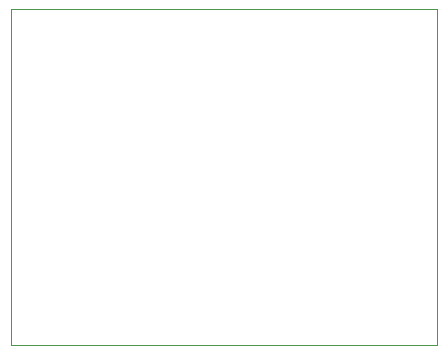
<source format=gbr>
%TF.GenerationSoftware,KiCad,Pcbnew,7.0.10*%
%TF.CreationDate,2024-01-20T13:39:50-08:00*%
%TF.ProjectId,caribou_slime,63617269-626f-4755-9f73-6c696d652e6b,rev?*%
%TF.SameCoordinates,Original*%
%TF.FileFunction,Profile,NP*%
%FSLAX46Y46*%
G04 Gerber Fmt 4.6, Leading zero omitted, Abs format (unit mm)*
G04 Created by KiCad (PCBNEW 7.0.10) date 2024-01-20 13:39:50*
%MOMM*%
%LPD*%
G01*
G04 APERTURE LIST*
%TA.AperFunction,Profile*%
%ADD10C,0.100000*%
%TD*%
G04 APERTURE END LIST*
D10*
X33274000Y-25654000D02*
X69342000Y-25654000D01*
X69342000Y-54102000D01*
X33274000Y-54102000D01*
X33274000Y-25654000D01*
M02*

</source>
